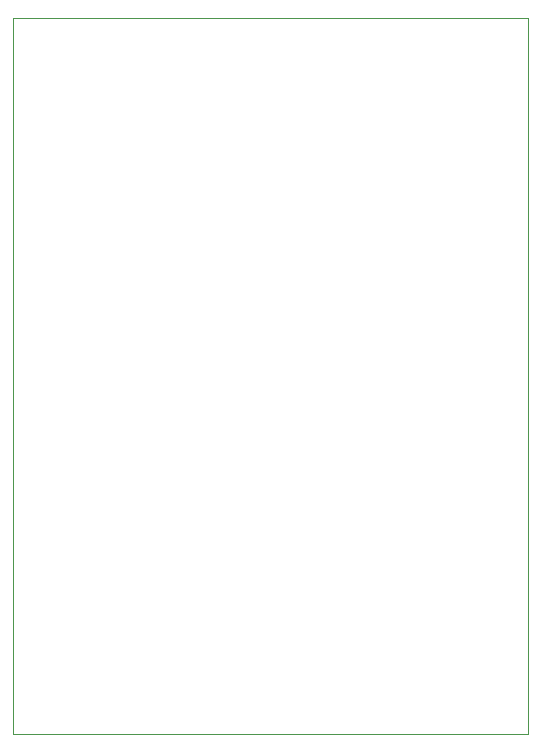
<source format=gbr>
%TF.GenerationSoftware,KiCad,Pcbnew,9.0.0*%
%TF.CreationDate,2025-04-21T19:22:59+08:00*%
%TF.ProjectId,transform,7472616e-7366-46f7-926d-2e6b69636164,rev?*%
%TF.SameCoordinates,Original*%
%TF.FileFunction,Profile,NP*%
%FSLAX46Y46*%
G04 Gerber Fmt 4.6, Leading zero omitted, Abs format (unit mm)*
G04 Created by KiCad (PCBNEW 9.0.0) date 2025-04-21 19:22:59*
%MOMM*%
%LPD*%
G01*
G04 APERTURE LIST*
%TA.AperFunction,Profile*%
%ADD10C,0.050000*%
%TD*%
G04 APERTURE END LIST*
D10*
X42600000Y-77600000D02*
X86200000Y-77600000D01*
X86200000Y-138200000D01*
X42600000Y-138200000D01*
X42600000Y-77600000D01*
M02*

</source>
